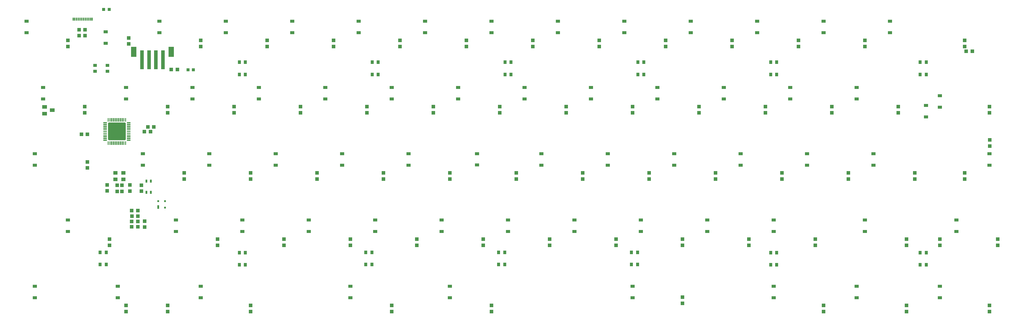
<source format=gbr>
G04 EAGLE Gerber RS-274X export*
G75*
%MOMM*%
%FSLAX34Y34*%
%LPD*%
%INSolderpaste Bottom*%
%IPPOS*%
%AMOC8*
5,1,8,0,0,1.08239X$1,22.5*%
G01*
%ADD10R,1.220000X0.910000*%
%ADD11R,1.080000X1.050000*%
%ADD12R,1.050000X1.080000*%
%ADD13C,0.508000*%
%ADD14C,0.075000*%
%ADD15R,1.300000X1.050000*%
%ADD16R,0.550000X0.950000*%
%ADD17R,0.900000X0.970200*%
%ADD18R,0.932600X0.970200*%
%ADD19R,1.000000X1.000000*%
%ADD20R,0.600000X1.000000*%
%ADD21R,0.600000X0.600000*%
%ADD22R,1.000000X0.850000*%
%ADD23R,0.850000X1.000000*%
%ADD24R,0.300000X0.900000*%
%ADD25R,1.000000X5.500000*%
%ADD26R,1.600000X3.000000*%
%ADD27R,1.400000X1.000000*%


D10*
X119063Y936150D03*
X119063Y968850D03*
X346147Y905570D03*
X346147Y938270D03*
X500063Y936150D03*
X500063Y968850D03*
X690563Y936150D03*
X690563Y968850D03*
X881063Y936150D03*
X881063Y968850D03*
X1071563Y936150D03*
X1071563Y968850D03*
X1262063Y936150D03*
X1262063Y968850D03*
X1452563Y936150D03*
X1452563Y968850D03*
X1643063Y936150D03*
X1643063Y968850D03*
X1833563Y936150D03*
X1833563Y968850D03*
X2024063Y936150D03*
X2024063Y968850D03*
X2214563Y936150D03*
X2214563Y968850D03*
X2405063Y936150D03*
X2405063Y968850D03*
X2595563Y936150D03*
X2595563Y968850D03*
X166688Y745650D03*
X166688Y778350D03*
X404813Y745650D03*
X404813Y778350D03*
X595313Y745650D03*
X595313Y778350D03*
X785813Y745650D03*
X785813Y778350D03*
X976313Y745650D03*
X976313Y778350D03*
X1166813Y745650D03*
X1166813Y778350D03*
X1357313Y745650D03*
X1357313Y778350D03*
X1547813Y745650D03*
X1547813Y778350D03*
X1738313Y745650D03*
X1738313Y778350D03*
X1928813Y745650D03*
X1928813Y778350D03*
X2119313Y745650D03*
X2119313Y778350D03*
X2309813Y745650D03*
X2309813Y778350D03*
X2500313Y745650D03*
X2500313Y778350D03*
X2738438Y721838D03*
X2738438Y754538D03*
X2698665Y726439D03*
X2698665Y693739D03*
X452438Y555150D03*
X452438Y587850D03*
X642938Y555150D03*
X642938Y587850D03*
X833438Y555150D03*
X833438Y587850D03*
X1023938Y555150D03*
X1023938Y587850D03*
X1214438Y555150D03*
X1214438Y587850D03*
X1411061Y555283D03*
X1411061Y587983D03*
X1595438Y555150D03*
X1595438Y587850D03*
X1785938Y555150D03*
X1785938Y587850D03*
X1976438Y555150D03*
X1976438Y587850D03*
X2166938Y555150D03*
X2166938Y587850D03*
X2357438Y555150D03*
X2357438Y587850D03*
X2547938Y555150D03*
X2547938Y587850D03*
X2881313Y555150D03*
X2881313Y587850D03*
X2786063Y364650D03*
X2786063Y397350D03*
X2524125Y364650D03*
X2524125Y397350D03*
X2262188Y364650D03*
X2262188Y397350D03*
X2071688Y364650D03*
X2071688Y397350D03*
X1881188Y364650D03*
X1881188Y397350D03*
X1690688Y364650D03*
X1690688Y397350D03*
X1500188Y364650D03*
X1500188Y397350D03*
X1309688Y364650D03*
X1309688Y397350D03*
X1119188Y364650D03*
X1119188Y397350D03*
X928688Y364650D03*
X928688Y397350D03*
X738188Y364650D03*
X738188Y397350D03*
X547688Y364650D03*
X547688Y397350D03*
X238125Y364650D03*
X238125Y397350D03*
X142875Y174150D03*
X142875Y206850D03*
X381000Y174150D03*
X381000Y206850D03*
X619125Y174150D03*
X619125Y206850D03*
X1047750Y174150D03*
X1047750Y206850D03*
X1857375Y174150D03*
X1857375Y206850D03*
X2262188Y174150D03*
X2262188Y206850D03*
X2500313Y174150D03*
X2500313Y206850D03*
X2738438Y174150D03*
X2738438Y206850D03*
X1333500Y174150D03*
X1333500Y206850D03*
D11*
X238125Y913625D03*
X238125Y896125D03*
X412280Y920757D03*
X412280Y903257D03*
X619125Y913625D03*
X619125Y896125D03*
X809625Y913625D03*
X809625Y896125D03*
X1000125Y913625D03*
X1000125Y896125D03*
X1190625Y913625D03*
X1190625Y896125D03*
X1381125Y913625D03*
X1381125Y896125D03*
X1571625Y913625D03*
X1571625Y896125D03*
X1762125Y913625D03*
X1762125Y896125D03*
X1952625Y913625D03*
X1952625Y896125D03*
X2143125Y913625D03*
X2143125Y896125D03*
X2333625Y913625D03*
X2333625Y896125D03*
X2524125Y913625D03*
X2524125Y896125D03*
X2809875Y913625D03*
X2809875Y896125D03*
X285750Y723125D03*
X285750Y705625D03*
X523875Y723125D03*
X523875Y705625D03*
X714375Y723125D03*
X714375Y705625D03*
X904875Y723125D03*
X904875Y705625D03*
X1095375Y723125D03*
X1095375Y705625D03*
X1285875Y723125D03*
X1285875Y705625D03*
X1476375Y723125D03*
X1476375Y705625D03*
X1666875Y723125D03*
X1666875Y705625D03*
X1857375Y723125D03*
X1857375Y705625D03*
X2047875Y723125D03*
X2047875Y705625D03*
X2238375Y723125D03*
X2238375Y705625D03*
X2428875Y723125D03*
X2428875Y705625D03*
X2619375Y723125D03*
X2619375Y705625D03*
X2881313Y723125D03*
X2881313Y705625D03*
X571500Y532625D03*
X571500Y515125D03*
X762000Y532625D03*
X762000Y515125D03*
X952500Y532625D03*
X952500Y515125D03*
X1143000Y532625D03*
X1143000Y515125D03*
X1333500Y532625D03*
X1333500Y515125D03*
X1524000Y532625D03*
X1524000Y515125D03*
X1714500Y532625D03*
X1714500Y515125D03*
X1905000Y532625D03*
X1905000Y515125D03*
X2095500Y532625D03*
X2095500Y515125D03*
X2286000Y532625D03*
X2286000Y515125D03*
X2476500Y532625D03*
X2476500Y515125D03*
X2809875Y532625D03*
X2809875Y515125D03*
X2667000Y532625D03*
X2667000Y515125D03*
X357188Y342125D03*
X357188Y324625D03*
X666750Y342125D03*
X666750Y324625D03*
X857250Y342125D03*
X857250Y324625D03*
X1047750Y342125D03*
X1047750Y324625D03*
X1238250Y342125D03*
X1238250Y324625D03*
X1428750Y342125D03*
X1428750Y324625D03*
X1619250Y342125D03*
X1619250Y324625D03*
X1809750Y342125D03*
X1809750Y324625D03*
X2000250Y342125D03*
X2000250Y324625D03*
X2190750Y342125D03*
X2190750Y324625D03*
X2381250Y342125D03*
X2381250Y324625D03*
X2643188Y342125D03*
X2643188Y324625D03*
X2738438Y342125D03*
X2738438Y324625D03*
X2905125Y342125D03*
X2905125Y324625D03*
X404813Y151625D03*
X404813Y134125D03*
X523875Y151625D03*
X523875Y134125D03*
X762000Y151625D03*
X762000Y134125D03*
X1166813Y151625D03*
X1166813Y134125D03*
X1452563Y151625D03*
X1452563Y134125D03*
X2000250Y175438D03*
X2000250Y157938D03*
X2405063Y151625D03*
X2405063Y134125D03*
X2643188Y151625D03*
X2643188Y134125D03*
X2881313Y151625D03*
X2881313Y134125D03*
X2881860Y627464D03*
X2881860Y609964D03*
D12*
X2814467Y882170D03*
X2831967Y882170D03*
D13*
X400754Y674948D02*
X355034Y674948D01*
X400754Y674948D02*
X400754Y629228D01*
X355034Y629228D01*
X355034Y674948D01*
X355034Y634054D02*
X400754Y634054D01*
X400754Y638880D02*
X355034Y638880D01*
X355034Y643706D02*
X400754Y643706D01*
X400754Y648532D02*
X355034Y648532D01*
X355034Y653358D02*
X400754Y653358D01*
X400754Y658184D02*
X355034Y658184D01*
X355034Y663010D02*
X400754Y663010D01*
X400754Y667836D02*
X355034Y667836D01*
X355034Y672662D02*
X400754Y672662D01*
D14*
X406769Y675963D02*
X416019Y675963D01*
X406769Y675963D02*
X406769Y678213D01*
X416019Y678213D01*
X416019Y675963D01*
X416019Y676675D02*
X406769Y676675D01*
X406769Y677387D02*
X416019Y677387D01*
X416019Y678099D02*
X406769Y678099D01*
X406769Y670963D02*
X416019Y670963D01*
X406769Y670963D02*
X406769Y673213D01*
X416019Y673213D01*
X416019Y670963D01*
X416019Y671675D02*
X406769Y671675D01*
X406769Y672387D02*
X416019Y672387D01*
X416019Y673099D02*
X406769Y673099D01*
X406769Y665963D02*
X416019Y665963D01*
X406769Y665963D02*
X406769Y668213D01*
X416019Y668213D01*
X416019Y665963D01*
X416019Y666675D02*
X406769Y666675D01*
X406769Y667387D02*
X416019Y667387D01*
X416019Y668099D02*
X406769Y668099D01*
X406769Y660963D02*
X416019Y660963D01*
X406769Y660963D02*
X406769Y663213D01*
X416019Y663213D01*
X416019Y660963D01*
X416019Y661675D02*
X406769Y661675D01*
X406769Y662387D02*
X416019Y662387D01*
X416019Y663099D02*
X406769Y663099D01*
X406769Y655963D02*
X416019Y655963D01*
X406769Y655963D02*
X406769Y658213D01*
X416019Y658213D01*
X416019Y655963D01*
X416019Y656675D02*
X406769Y656675D01*
X406769Y657387D02*
X416019Y657387D01*
X416019Y658099D02*
X406769Y658099D01*
X406769Y650963D02*
X416019Y650963D01*
X406769Y650963D02*
X406769Y653213D01*
X416019Y653213D01*
X416019Y650963D01*
X416019Y651675D02*
X406769Y651675D01*
X406769Y652387D02*
X416019Y652387D01*
X416019Y653099D02*
X406769Y653099D01*
X406769Y645963D02*
X416019Y645963D01*
X406769Y645963D02*
X406769Y648213D01*
X416019Y648213D01*
X416019Y645963D01*
X416019Y646675D02*
X406769Y646675D01*
X406769Y647387D02*
X416019Y647387D01*
X416019Y648099D02*
X406769Y648099D01*
X406769Y640963D02*
X416019Y640963D01*
X406769Y640963D02*
X406769Y643213D01*
X416019Y643213D01*
X416019Y640963D01*
X416019Y641675D02*
X406769Y641675D01*
X406769Y642387D02*
X416019Y642387D01*
X416019Y643099D02*
X406769Y643099D01*
X406769Y635963D02*
X416019Y635963D01*
X406769Y635963D02*
X406769Y638213D01*
X416019Y638213D01*
X416019Y635963D01*
X416019Y636675D02*
X406769Y636675D01*
X406769Y637387D02*
X416019Y637387D01*
X416019Y638099D02*
X406769Y638099D01*
X406769Y630963D02*
X416019Y630963D01*
X406769Y630963D02*
X406769Y633213D01*
X416019Y633213D01*
X416019Y630963D01*
X416019Y631675D02*
X406769Y631675D01*
X406769Y632387D02*
X416019Y632387D01*
X416019Y633099D02*
X406769Y633099D01*
X406769Y625963D02*
X416019Y625963D01*
X406769Y625963D02*
X406769Y628213D01*
X416019Y628213D01*
X416019Y625963D01*
X416019Y626675D02*
X406769Y626675D01*
X406769Y627387D02*
X416019Y627387D01*
X416019Y628099D02*
X406769Y628099D01*
X401769Y623213D02*
X401769Y613963D01*
X401769Y623213D02*
X404019Y623213D01*
X404019Y613963D01*
X401769Y613963D01*
X401769Y614675D02*
X404019Y614675D01*
X404019Y615387D02*
X401769Y615387D01*
X401769Y616099D02*
X404019Y616099D01*
X404019Y616811D02*
X401769Y616811D01*
X401769Y617523D02*
X404019Y617523D01*
X404019Y618235D02*
X401769Y618235D01*
X401769Y618947D02*
X404019Y618947D01*
X404019Y619659D02*
X401769Y619659D01*
X401769Y620371D02*
X404019Y620371D01*
X404019Y621083D02*
X401769Y621083D01*
X401769Y621795D02*
X404019Y621795D01*
X404019Y622507D02*
X401769Y622507D01*
X396769Y623213D02*
X396769Y613963D01*
X396769Y623213D02*
X399019Y623213D01*
X399019Y613963D01*
X396769Y613963D01*
X396769Y614675D02*
X399019Y614675D01*
X399019Y615387D02*
X396769Y615387D01*
X396769Y616099D02*
X399019Y616099D01*
X399019Y616811D02*
X396769Y616811D01*
X396769Y617523D02*
X399019Y617523D01*
X399019Y618235D02*
X396769Y618235D01*
X396769Y618947D02*
X399019Y618947D01*
X399019Y619659D02*
X396769Y619659D01*
X396769Y620371D02*
X399019Y620371D01*
X399019Y621083D02*
X396769Y621083D01*
X396769Y621795D02*
X399019Y621795D01*
X399019Y622507D02*
X396769Y622507D01*
X391769Y623213D02*
X391769Y613963D01*
X391769Y623213D02*
X394019Y623213D01*
X394019Y613963D01*
X391769Y613963D01*
X391769Y614675D02*
X394019Y614675D01*
X394019Y615387D02*
X391769Y615387D01*
X391769Y616099D02*
X394019Y616099D01*
X394019Y616811D02*
X391769Y616811D01*
X391769Y617523D02*
X394019Y617523D01*
X394019Y618235D02*
X391769Y618235D01*
X391769Y618947D02*
X394019Y618947D01*
X394019Y619659D02*
X391769Y619659D01*
X391769Y620371D02*
X394019Y620371D01*
X394019Y621083D02*
X391769Y621083D01*
X391769Y621795D02*
X394019Y621795D01*
X394019Y622507D02*
X391769Y622507D01*
X386769Y623213D02*
X386769Y613963D01*
X386769Y623213D02*
X389019Y623213D01*
X389019Y613963D01*
X386769Y613963D01*
X386769Y614675D02*
X389019Y614675D01*
X389019Y615387D02*
X386769Y615387D01*
X386769Y616099D02*
X389019Y616099D01*
X389019Y616811D02*
X386769Y616811D01*
X386769Y617523D02*
X389019Y617523D01*
X389019Y618235D02*
X386769Y618235D01*
X386769Y618947D02*
X389019Y618947D01*
X389019Y619659D02*
X386769Y619659D01*
X386769Y620371D02*
X389019Y620371D01*
X389019Y621083D02*
X386769Y621083D01*
X386769Y621795D02*
X389019Y621795D01*
X389019Y622507D02*
X386769Y622507D01*
X381769Y623213D02*
X381769Y613963D01*
X381769Y623213D02*
X384019Y623213D01*
X384019Y613963D01*
X381769Y613963D01*
X381769Y614675D02*
X384019Y614675D01*
X384019Y615387D02*
X381769Y615387D01*
X381769Y616099D02*
X384019Y616099D01*
X384019Y616811D02*
X381769Y616811D01*
X381769Y617523D02*
X384019Y617523D01*
X384019Y618235D02*
X381769Y618235D01*
X381769Y618947D02*
X384019Y618947D01*
X384019Y619659D02*
X381769Y619659D01*
X381769Y620371D02*
X384019Y620371D01*
X384019Y621083D02*
X381769Y621083D01*
X381769Y621795D02*
X384019Y621795D01*
X384019Y622507D02*
X381769Y622507D01*
X376769Y623213D02*
X376769Y613963D01*
X376769Y623213D02*
X379019Y623213D01*
X379019Y613963D01*
X376769Y613963D01*
X376769Y614675D02*
X379019Y614675D01*
X379019Y615387D02*
X376769Y615387D01*
X376769Y616099D02*
X379019Y616099D01*
X379019Y616811D02*
X376769Y616811D01*
X376769Y617523D02*
X379019Y617523D01*
X379019Y618235D02*
X376769Y618235D01*
X376769Y618947D02*
X379019Y618947D01*
X379019Y619659D02*
X376769Y619659D01*
X376769Y620371D02*
X379019Y620371D01*
X379019Y621083D02*
X376769Y621083D01*
X376769Y621795D02*
X379019Y621795D01*
X379019Y622507D02*
X376769Y622507D01*
X371769Y623213D02*
X371769Y613963D01*
X371769Y623213D02*
X374019Y623213D01*
X374019Y613963D01*
X371769Y613963D01*
X371769Y614675D02*
X374019Y614675D01*
X374019Y615387D02*
X371769Y615387D01*
X371769Y616099D02*
X374019Y616099D01*
X374019Y616811D02*
X371769Y616811D01*
X371769Y617523D02*
X374019Y617523D01*
X374019Y618235D02*
X371769Y618235D01*
X371769Y618947D02*
X374019Y618947D01*
X374019Y619659D02*
X371769Y619659D01*
X371769Y620371D02*
X374019Y620371D01*
X374019Y621083D02*
X371769Y621083D01*
X371769Y621795D02*
X374019Y621795D01*
X374019Y622507D02*
X371769Y622507D01*
X366769Y623213D02*
X366769Y613963D01*
X366769Y623213D02*
X369019Y623213D01*
X369019Y613963D01*
X366769Y613963D01*
X366769Y614675D02*
X369019Y614675D01*
X369019Y615387D02*
X366769Y615387D01*
X366769Y616099D02*
X369019Y616099D01*
X369019Y616811D02*
X366769Y616811D01*
X366769Y617523D02*
X369019Y617523D01*
X369019Y618235D02*
X366769Y618235D01*
X366769Y618947D02*
X369019Y618947D01*
X369019Y619659D02*
X366769Y619659D01*
X366769Y620371D02*
X369019Y620371D01*
X369019Y621083D02*
X366769Y621083D01*
X366769Y621795D02*
X369019Y621795D01*
X369019Y622507D02*
X366769Y622507D01*
X361769Y623213D02*
X361769Y613963D01*
X361769Y623213D02*
X364019Y623213D01*
X364019Y613963D01*
X361769Y613963D01*
X361769Y614675D02*
X364019Y614675D01*
X364019Y615387D02*
X361769Y615387D01*
X361769Y616099D02*
X364019Y616099D01*
X364019Y616811D02*
X361769Y616811D01*
X361769Y617523D02*
X364019Y617523D01*
X364019Y618235D02*
X361769Y618235D01*
X361769Y618947D02*
X364019Y618947D01*
X364019Y619659D02*
X361769Y619659D01*
X361769Y620371D02*
X364019Y620371D01*
X364019Y621083D02*
X361769Y621083D01*
X361769Y621795D02*
X364019Y621795D01*
X364019Y622507D02*
X361769Y622507D01*
X356769Y623213D02*
X356769Y613963D01*
X356769Y623213D02*
X359019Y623213D01*
X359019Y613963D01*
X356769Y613963D01*
X356769Y614675D02*
X359019Y614675D01*
X359019Y615387D02*
X356769Y615387D01*
X356769Y616099D02*
X359019Y616099D01*
X359019Y616811D02*
X356769Y616811D01*
X356769Y617523D02*
X359019Y617523D01*
X359019Y618235D02*
X356769Y618235D01*
X356769Y618947D02*
X359019Y618947D01*
X359019Y619659D02*
X356769Y619659D01*
X356769Y620371D02*
X359019Y620371D01*
X359019Y621083D02*
X356769Y621083D01*
X356769Y621795D02*
X359019Y621795D01*
X359019Y622507D02*
X356769Y622507D01*
X351769Y623213D02*
X351769Y613963D01*
X351769Y623213D02*
X354019Y623213D01*
X354019Y613963D01*
X351769Y613963D01*
X351769Y614675D02*
X354019Y614675D01*
X354019Y615387D02*
X351769Y615387D01*
X351769Y616099D02*
X354019Y616099D01*
X354019Y616811D02*
X351769Y616811D01*
X351769Y617523D02*
X354019Y617523D01*
X354019Y618235D02*
X351769Y618235D01*
X351769Y618947D02*
X354019Y618947D01*
X354019Y619659D02*
X351769Y619659D01*
X351769Y620371D02*
X354019Y620371D01*
X354019Y621083D02*
X351769Y621083D01*
X351769Y621795D02*
X354019Y621795D01*
X354019Y622507D02*
X351769Y622507D01*
X349019Y628213D02*
X339769Y628213D01*
X349019Y628213D02*
X349019Y625963D01*
X339769Y625963D01*
X339769Y628213D01*
X339769Y626675D02*
X349019Y626675D01*
X349019Y627387D02*
X339769Y627387D01*
X339769Y628099D02*
X349019Y628099D01*
X349019Y633213D02*
X339769Y633213D01*
X349019Y633213D02*
X349019Y630963D01*
X339769Y630963D01*
X339769Y633213D01*
X339769Y631675D02*
X349019Y631675D01*
X349019Y632387D02*
X339769Y632387D01*
X339769Y633099D02*
X349019Y633099D01*
X349019Y638213D02*
X339769Y638213D01*
X349019Y638213D02*
X349019Y635963D01*
X339769Y635963D01*
X339769Y638213D01*
X339769Y636675D02*
X349019Y636675D01*
X349019Y637387D02*
X339769Y637387D01*
X339769Y638099D02*
X349019Y638099D01*
X349019Y643213D02*
X339769Y643213D01*
X349019Y643213D02*
X349019Y640963D01*
X339769Y640963D01*
X339769Y643213D01*
X339769Y641675D02*
X349019Y641675D01*
X349019Y642387D02*
X339769Y642387D01*
X339769Y643099D02*
X349019Y643099D01*
X349019Y648213D02*
X339769Y648213D01*
X349019Y648213D02*
X349019Y645963D01*
X339769Y645963D01*
X339769Y648213D01*
X339769Y646675D02*
X349019Y646675D01*
X349019Y647387D02*
X339769Y647387D01*
X339769Y648099D02*
X349019Y648099D01*
X349019Y653213D02*
X339769Y653213D01*
X349019Y653213D02*
X349019Y650963D01*
X339769Y650963D01*
X339769Y653213D01*
X339769Y651675D02*
X349019Y651675D01*
X349019Y652387D02*
X339769Y652387D01*
X339769Y653099D02*
X349019Y653099D01*
X349019Y658213D02*
X339769Y658213D01*
X349019Y658213D02*
X349019Y655963D01*
X339769Y655963D01*
X339769Y658213D01*
X339769Y656675D02*
X349019Y656675D01*
X349019Y657387D02*
X339769Y657387D01*
X339769Y658099D02*
X349019Y658099D01*
X349019Y663213D02*
X339769Y663213D01*
X349019Y663213D02*
X349019Y660963D01*
X339769Y660963D01*
X339769Y663213D01*
X339769Y661675D02*
X349019Y661675D01*
X349019Y662387D02*
X339769Y662387D01*
X339769Y663099D02*
X349019Y663099D01*
X349019Y668213D02*
X339769Y668213D01*
X349019Y668213D02*
X349019Y665963D01*
X339769Y665963D01*
X339769Y668213D01*
X339769Y666675D02*
X349019Y666675D01*
X349019Y667387D02*
X339769Y667387D01*
X339769Y668099D02*
X349019Y668099D01*
X349019Y673213D02*
X339769Y673213D01*
X349019Y673213D02*
X349019Y670963D01*
X339769Y670963D01*
X339769Y673213D01*
X339769Y671675D02*
X349019Y671675D01*
X349019Y672387D02*
X339769Y672387D01*
X339769Y673099D02*
X349019Y673099D01*
X349019Y678213D02*
X339769Y678213D01*
X349019Y678213D02*
X349019Y675963D01*
X339769Y675963D01*
X339769Y678213D01*
X339769Y676675D02*
X349019Y676675D01*
X349019Y677387D02*
X339769Y677387D01*
X339769Y678099D02*
X349019Y678099D01*
X354019Y680963D02*
X354019Y690213D01*
X354019Y680963D02*
X351769Y680963D01*
X351769Y690213D01*
X354019Y690213D01*
X354019Y681675D02*
X351769Y681675D01*
X351769Y682387D02*
X354019Y682387D01*
X354019Y683099D02*
X351769Y683099D01*
X351769Y683811D02*
X354019Y683811D01*
X354019Y684523D02*
X351769Y684523D01*
X351769Y685235D02*
X354019Y685235D01*
X354019Y685947D02*
X351769Y685947D01*
X351769Y686659D02*
X354019Y686659D01*
X354019Y687371D02*
X351769Y687371D01*
X351769Y688083D02*
X354019Y688083D01*
X354019Y688795D02*
X351769Y688795D01*
X351769Y689507D02*
X354019Y689507D01*
X359019Y690213D02*
X359019Y680963D01*
X356769Y680963D01*
X356769Y690213D01*
X359019Y690213D01*
X359019Y681675D02*
X356769Y681675D01*
X356769Y682387D02*
X359019Y682387D01*
X359019Y683099D02*
X356769Y683099D01*
X356769Y683811D02*
X359019Y683811D01*
X359019Y684523D02*
X356769Y684523D01*
X356769Y685235D02*
X359019Y685235D01*
X359019Y685947D02*
X356769Y685947D01*
X356769Y686659D02*
X359019Y686659D01*
X359019Y687371D02*
X356769Y687371D01*
X356769Y688083D02*
X359019Y688083D01*
X359019Y688795D02*
X356769Y688795D01*
X356769Y689507D02*
X359019Y689507D01*
X364019Y690213D02*
X364019Y680963D01*
X361769Y680963D01*
X361769Y690213D01*
X364019Y690213D01*
X364019Y681675D02*
X361769Y681675D01*
X361769Y682387D02*
X364019Y682387D01*
X364019Y683099D02*
X361769Y683099D01*
X361769Y683811D02*
X364019Y683811D01*
X364019Y684523D02*
X361769Y684523D01*
X361769Y685235D02*
X364019Y685235D01*
X364019Y685947D02*
X361769Y685947D01*
X361769Y686659D02*
X364019Y686659D01*
X364019Y687371D02*
X361769Y687371D01*
X361769Y688083D02*
X364019Y688083D01*
X364019Y688795D02*
X361769Y688795D01*
X361769Y689507D02*
X364019Y689507D01*
X369019Y690213D02*
X369019Y680963D01*
X366769Y680963D01*
X366769Y690213D01*
X369019Y690213D01*
X369019Y681675D02*
X366769Y681675D01*
X366769Y682387D02*
X369019Y682387D01*
X369019Y683099D02*
X366769Y683099D01*
X366769Y683811D02*
X369019Y683811D01*
X369019Y684523D02*
X366769Y684523D01*
X366769Y685235D02*
X369019Y685235D01*
X369019Y685947D02*
X366769Y685947D01*
X366769Y686659D02*
X369019Y686659D01*
X369019Y687371D02*
X366769Y687371D01*
X366769Y688083D02*
X369019Y688083D01*
X369019Y688795D02*
X366769Y688795D01*
X366769Y689507D02*
X369019Y689507D01*
X374019Y690213D02*
X374019Y680963D01*
X371769Y680963D01*
X371769Y690213D01*
X374019Y690213D01*
X374019Y681675D02*
X371769Y681675D01*
X371769Y682387D02*
X374019Y682387D01*
X374019Y683099D02*
X371769Y683099D01*
X371769Y683811D02*
X374019Y683811D01*
X374019Y684523D02*
X371769Y684523D01*
X371769Y685235D02*
X374019Y685235D01*
X374019Y685947D02*
X371769Y685947D01*
X371769Y686659D02*
X374019Y686659D01*
X374019Y687371D02*
X371769Y687371D01*
X371769Y688083D02*
X374019Y688083D01*
X374019Y688795D02*
X371769Y688795D01*
X371769Y689507D02*
X374019Y689507D01*
X379019Y690213D02*
X379019Y680963D01*
X376769Y680963D01*
X376769Y690213D01*
X379019Y690213D01*
X379019Y681675D02*
X376769Y681675D01*
X376769Y682387D02*
X379019Y682387D01*
X379019Y683099D02*
X376769Y683099D01*
X376769Y683811D02*
X379019Y683811D01*
X379019Y684523D02*
X376769Y684523D01*
X376769Y685235D02*
X379019Y685235D01*
X379019Y685947D02*
X376769Y685947D01*
X376769Y686659D02*
X379019Y686659D01*
X379019Y687371D02*
X376769Y687371D01*
X376769Y688083D02*
X379019Y688083D01*
X379019Y688795D02*
X376769Y688795D01*
X376769Y689507D02*
X379019Y689507D01*
X384019Y690213D02*
X384019Y680963D01*
X381769Y680963D01*
X381769Y690213D01*
X384019Y690213D01*
X384019Y681675D02*
X381769Y681675D01*
X381769Y682387D02*
X384019Y682387D01*
X384019Y683099D02*
X381769Y683099D01*
X381769Y683811D02*
X384019Y683811D01*
X384019Y684523D02*
X381769Y684523D01*
X381769Y685235D02*
X384019Y685235D01*
X384019Y685947D02*
X381769Y685947D01*
X381769Y686659D02*
X384019Y686659D01*
X384019Y687371D02*
X381769Y687371D01*
X381769Y688083D02*
X384019Y688083D01*
X384019Y688795D02*
X381769Y688795D01*
X381769Y689507D02*
X384019Y689507D01*
X389019Y690213D02*
X389019Y680963D01*
X386769Y680963D01*
X386769Y690213D01*
X389019Y690213D01*
X389019Y681675D02*
X386769Y681675D01*
X386769Y682387D02*
X389019Y682387D01*
X389019Y683099D02*
X386769Y683099D01*
X386769Y683811D02*
X389019Y683811D01*
X389019Y684523D02*
X386769Y684523D01*
X386769Y685235D02*
X389019Y685235D01*
X389019Y685947D02*
X386769Y685947D01*
X386769Y686659D02*
X389019Y686659D01*
X389019Y687371D02*
X386769Y687371D01*
X386769Y688083D02*
X389019Y688083D01*
X389019Y688795D02*
X386769Y688795D01*
X386769Y689507D02*
X389019Y689507D01*
X394019Y690213D02*
X394019Y680963D01*
X391769Y680963D01*
X391769Y690213D01*
X394019Y690213D01*
X394019Y681675D02*
X391769Y681675D01*
X391769Y682387D02*
X394019Y682387D01*
X394019Y683099D02*
X391769Y683099D01*
X391769Y683811D02*
X394019Y683811D01*
X394019Y684523D02*
X391769Y684523D01*
X391769Y685235D02*
X394019Y685235D01*
X394019Y685947D02*
X391769Y685947D01*
X391769Y686659D02*
X394019Y686659D01*
X394019Y687371D02*
X391769Y687371D01*
X391769Y688083D02*
X394019Y688083D01*
X394019Y688795D02*
X391769Y688795D01*
X391769Y689507D02*
X394019Y689507D01*
X399019Y690213D02*
X399019Y680963D01*
X396769Y680963D01*
X396769Y690213D01*
X399019Y690213D01*
X399019Y681675D02*
X396769Y681675D01*
X396769Y682387D02*
X399019Y682387D01*
X399019Y683099D02*
X396769Y683099D01*
X396769Y683811D02*
X399019Y683811D01*
X399019Y684523D02*
X396769Y684523D01*
X396769Y685235D02*
X399019Y685235D01*
X399019Y685947D02*
X396769Y685947D01*
X396769Y686659D02*
X399019Y686659D01*
X399019Y687371D02*
X396769Y687371D01*
X396769Y688083D02*
X399019Y688083D01*
X399019Y688795D02*
X396769Y688795D01*
X396769Y689507D02*
X399019Y689507D01*
X404019Y690213D02*
X404019Y680963D01*
X401769Y680963D01*
X401769Y690213D01*
X404019Y690213D01*
X404019Y681675D02*
X401769Y681675D01*
X401769Y682387D02*
X404019Y682387D01*
X404019Y683099D02*
X401769Y683099D01*
X401769Y683811D02*
X404019Y683811D01*
X404019Y684523D02*
X401769Y684523D01*
X401769Y685235D02*
X404019Y685235D01*
X404019Y685947D02*
X401769Y685947D01*
X401769Y686659D02*
X404019Y686659D01*
X404019Y687371D02*
X401769Y687371D01*
X401769Y688083D02*
X404019Y688083D01*
X404019Y688795D02*
X401769Y688795D01*
X401769Y689507D02*
X404019Y689507D01*
D11*
X457590Y376769D03*
X457590Y394269D03*
D12*
X420828Y377845D03*
X438328Y377845D03*
X420784Y392990D03*
X438284Y392990D03*
X421251Y408685D03*
X438751Y408685D03*
X421007Y424580D03*
X438507Y424580D03*
D11*
X415544Y497850D03*
X415544Y480350D03*
D12*
X484327Y665214D03*
X466827Y665214D03*
X474822Y651472D03*
X457322Y651472D03*
D15*
X374040Y532509D03*
X374040Y514009D03*
X397040Y514009D03*
X397040Y532509D03*
D11*
X378901Y496787D03*
X378901Y479287D03*
X392610Y496856D03*
X392610Y479356D03*
D16*
X475263Y476938D03*
X463263Y476938D03*
X463263Y508938D03*
X475263Y508938D03*
D11*
X448271Y480080D03*
X448271Y497580D03*
X350104Y480870D03*
X350104Y498370D03*
D17*
X581968Y828709D03*
D18*
X597507Y828709D03*
D19*
X552142Y829629D03*
X534142Y829629D03*
D20*
X496972Y434495D03*
D21*
X496972Y451495D03*
X515972Y432495D03*
X515972Y451495D03*
D10*
X142875Y555150D03*
X142875Y587850D03*
D22*
X315875Y824688D03*
X350875Y824688D03*
X315875Y842188D03*
X350875Y842188D03*
D23*
X729438Y850938D03*
X729438Y815938D03*
X746938Y850938D03*
X746938Y815938D03*
X1110438Y850938D03*
X1110438Y815938D03*
X1127938Y850938D03*
X1127938Y815938D03*
X1491438Y850938D03*
X1491438Y815938D03*
X1508938Y850938D03*
X1508938Y815938D03*
X1872438Y850938D03*
X1872438Y815938D03*
X1889938Y850938D03*
X1889938Y815938D03*
X2253438Y850938D03*
X2253438Y815938D03*
X2270938Y850938D03*
X2270938Y815938D03*
X2682063Y850938D03*
X2682063Y815938D03*
X2699563Y850938D03*
X2699563Y815938D03*
X2699563Y268250D03*
X2699563Y303250D03*
X2682063Y268250D03*
X2682063Y303250D03*
X2270938Y268250D03*
X2270938Y303250D03*
X2253438Y268250D03*
X2253438Y303250D03*
X1871696Y269145D03*
X1871696Y304145D03*
X1854196Y269145D03*
X1854196Y304145D03*
X1490696Y269145D03*
X1490696Y304145D03*
X1473196Y269145D03*
X1473196Y304145D03*
X1109696Y269145D03*
X1109696Y304145D03*
X1092196Y269145D03*
X1092196Y304145D03*
X746938Y268250D03*
X746938Y303250D03*
X729438Y268250D03*
X729438Y303250D03*
X347696Y269145D03*
X347696Y304145D03*
X330196Y269145D03*
X330196Y304145D03*
D24*
X252583Y974410D03*
X257583Y974410D03*
X262583Y974410D03*
X267583Y974410D03*
X272583Y974410D03*
X277583Y974410D03*
X282583Y974410D03*
X287583Y974410D03*
X292583Y974410D03*
X297583Y974410D03*
X302583Y974410D03*
X307583Y974410D03*
D17*
X340325Y1002957D03*
D18*
X355864Y1002957D03*
D11*
X269551Y944402D03*
X269551Y926902D03*
X286730Y927049D03*
X286730Y944549D03*
D25*
X510162Y857853D03*
X490162Y857853D03*
X470162Y857853D03*
X450162Y857853D03*
D26*
X534162Y880353D03*
X426162Y880353D03*
D11*
X293451Y564361D03*
X293451Y546861D03*
D12*
X293876Y643920D03*
X276376Y643920D03*
D27*
X192828Y712745D03*
X170828Y722245D03*
X170828Y703245D03*
M02*

</source>
